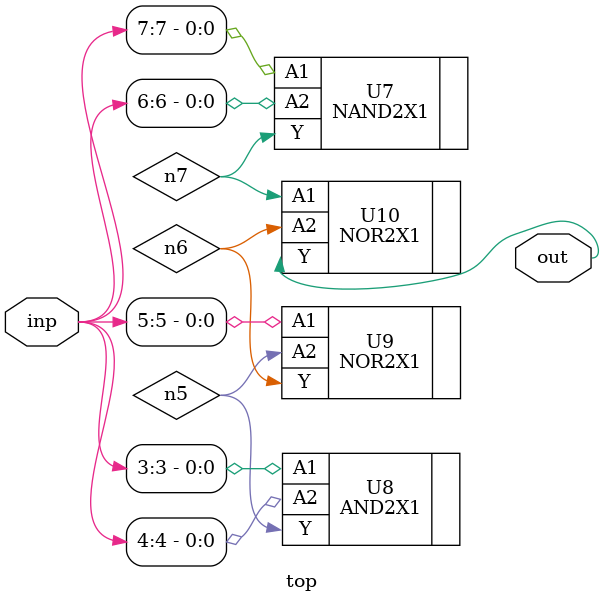
<source format=sv>


module top ( inp, out );
  input [7:0] inp;
  output out;
  wire   n5, n6, n7;

  NAND2X1 U7 ( .A1(inp[7]), .A2(inp[6]), .Y(n7) );
  AND2X1 U8 ( .A1(inp[3]), .A2(inp[4]), .Y(n5) );
  NOR2X1 U9 ( .A1(inp[5]), .A2(n5), .Y(n6) );
  NOR2X1 U10 ( .A1(n7), .A2(n6), .Y(out) );
endmodule


</source>
